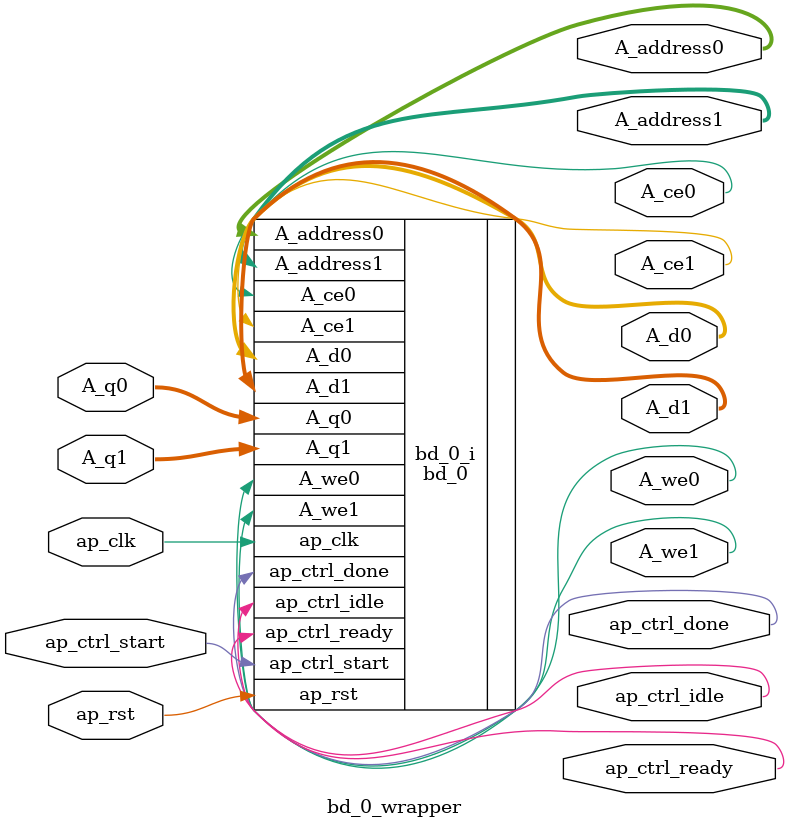
<source format=v>
`timescale 1 ps / 1 ps

module bd_0_wrapper
   (A_address0,
    A_address1,
    A_ce0,
    A_ce1,
    A_d0,
    A_d1,
    A_q0,
    A_q1,
    A_we0,
    A_we1,
    ap_clk,
    ap_ctrl_done,
    ap_ctrl_idle,
    ap_ctrl_ready,
    ap_ctrl_start,
    ap_rst);
  output [5:0]A_address0;
  output [5:0]A_address1;
  output A_ce0;
  output A_ce1;
  output [31:0]A_d0;
  output [31:0]A_d1;
  input [31:0]A_q0;
  input [31:0]A_q1;
  output A_we0;
  output A_we1;
  input ap_clk;
  output ap_ctrl_done;
  output ap_ctrl_idle;
  output ap_ctrl_ready;
  input ap_ctrl_start;
  input ap_rst;

  wire [5:0]A_address0;
  wire [5:0]A_address1;
  wire A_ce0;
  wire A_ce1;
  wire [31:0]A_d0;
  wire [31:0]A_d1;
  wire [31:0]A_q0;
  wire [31:0]A_q1;
  wire A_we0;
  wire A_we1;
  wire ap_clk;
  wire ap_ctrl_done;
  wire ap_ctrl_idle;
  wire ap_ctrl_ready;
  wire ap_ctrl_start;
  wire ap_rst;

  bd_0 bd_0_i
       (.A_address0(A_address0),
        .A_address1(A_address1),
        .A_ce0(A_ce0),
        .A_ce1(A_ce1),
        .A_d0(A_d0),
        .A_d1(A_d1),
        .A_q0(A_q0),
        .A_q1(A_q1),
        .A_we0(A_we0),
        .A_we1(A_we1),
        .ap_clk(ap_clk),
        .ap_ctrl_done(ap_ctrl_done),
        .ap_ctrl_idle(ap_ctrl_idle),
        .ap_ctrl_ready(ap_ctrl_ready),
        .ap_ctrl_start(ap_ctrl_start),
        .ap_rst(ap_rst));
endmodule

</source>
